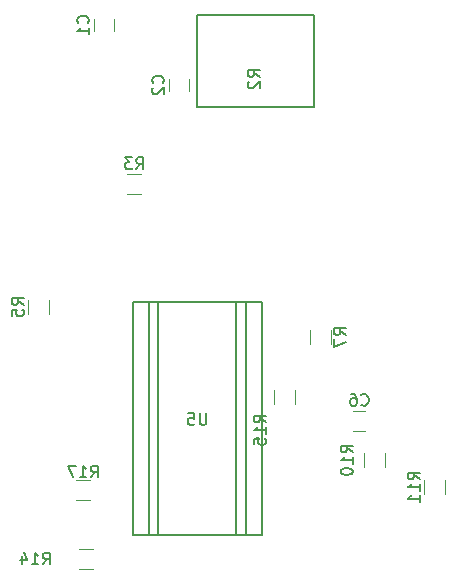
<source format=gbr>
G04 #@! TF.FileFunction,Legend,Bot*
%FSLAX46Y46*%
G04 Gerber Fmt 4.6, Leading zero omitted, Abs format (unit mm)*
G04 Created by KiCad (PCBNEW 4.0.7) date 10/29/17 06:02:24*
%MOMM*%
%LPD*%
G01*
G04 APERTURE LIST*
%ADD10C,0.100000*%
%ADD11C,0.120000*%
%ADD12C,0.150000*%
G04 APERTURE END LIST*
D10*
D11*
X106010000Y-87004000D02*
X104810000Y-87004000D01*
X104810000Y-88764000D02*
X106010000Y-88764000D01*
D12*
X120268000Y-85852000D02*
X120268000Y-66162000D01*
X109348000Y-85852000D02*
X109348000Y-66162000D01*
X118938000Y-85852000D02*
X118938000Y-66162000D01*
X110678000Y-85852000D02*
X110678000Y-66162000D01*
X118110000Y-85852000D02*
X118110000Y-66162000D01*
X120268000Y-66162000D02*
X109348000Y-66162000D01*
X111506000Y-85852000D02*
X111506000Y-66162000D01*
X120268000Y-85852000D02*
X109348000Y-85852000D01*
D11*
X106084000Y-43172000D02*
X106084000Y-42172000D01*
X107784000Y-42172000D02*
X107784000Y-43172000D01*
X112434000Y-48252000D02*
X112434000Y-47252000D01*
X114134000Y-47252000D02*
X114134000Y-48252000D01*
X128024000Y-75350000D02*
X129024000Y-75350000D01*
X129024000Y-77050000D02*
X128024000Y-77050000D01*
X108874000Y-57014000D02*
X110074000Y-57014000D01*
X110074000Y-55254000D02*
X108874000Y-55254000D01*
X102226000Y-67148000D02*
X102226000Y-65948000D01*
X100466000Y-65948000D02*
X100466000Y-67148000D01*
X124342000Y-68488000D02*
X124342000Y-69688000D01*
X126102000Y-69688000D02*
X126102000Y-68488000D01*
X130674000Y-80102000D02*
X130674000Y-78902000D01*
X128914000Y-78902000D02*
X128914000Y-80102000D01*
X135754000Y-82388000D02*
X135754000Y-81188000D01*
X133994000Y-81188000D02*
X133994000Y-82388000D01*
X123054000Y-74768000D02*
X123054000Y-73568000D01*
X121294000Y-73568000D02*
X121294000Y-74768000D01*
X104556000Y-82922000D02*
X105756000Y-82922000D01*
X105756000Y-81162000D02*
X104556000Y-81162000D01*
D12*
X124708000Y-49620000D02*
X124708000Y-41820000D01*
X114808000Y-49620000D02*
X124708000Y-49620000D01*
X114808000Y-41820000D02*
X124708000Y-41820000D01*
X114808000Y-49620000D02*
X114808000Y-41820000D01*
X101734857Y-88336381D02*
X102068191Y-87860190D01*
X102306286Y-88336381D02*
X102306286Y-87336381D01*
X101925333Y-87336381D01*
X101830095Y-87384000D01*
X101782476Y-87431619D01*
X101734857Y-87526857D01*
X101734857Y-87669714D01*
X101782476Y-87764952D01*
X101830095Y-87812571D01*
X101925333Y-87860190D01*
X102306286Y-87860190D01*
X100782476Y-88336381D02*
X101353905Y-88336381D01*
X101068191Y-88336381D02*
X101068191Y-87336381D01*
X101163429Y-87479238D01*
X101258667Y-87574476D01*
X101353905Y-87622095D01*
X99925333Y-87669714D02*
X99925333Y-88336381D01*
X100163429Y-87288762D02*
X100401524Y-88003048D01*
X99782476Y-88003048D01*
X115569905Y-75525381D02*
X115569905Y-76334905D01*
X115522286Y-76430143D01*
X115474667Y-76477762D01*
X115379429Y-76525381D01*
X115188952Y-76525381D01*
X115093714Y-76477762D01*
X115046095Y-76430143D01*
X114998476Y-76334905D01*
X114998476Y-75525381D01*
X114046095Y-75525381D02*
X114522286Y-75525381D01*
X114569905Y-76001571D01*
X114522286Y-75953952D01*
X114427048Y-75906333D01*
X114188952Y-75906333D01*
X114093714Y-75953952D01*
X114046095Y-76001571D01*
X113998476Y-76096810D01*
X113998476Y-76334905D01*
X114046095Y-76430143D01*
X114093714Y-76477762D01*
X114188952Y-76525381D01*
X114427048Y-76525381D01*
X114522286Y-76477762D01*
X114569905Y-76430143D01*
X105541143Y-42505334D02*
X105588762Y-42457715D01*
X105636381Y-42314858D01*
X105636381Y-42219620D01*
X105588762Y-42076762D01*
X105493524Y-41981524D01*
X105398286Y-41933905D01*
X105207810Y-41886286D01*
X105064952Y-41886286D01*
X104874476Y-41933905D01*
X104779238Y-41981524D01*
X104684000Y-42076762D01*
X104636381Y-42219620D01*
X104636381Y-42314858D01*
X104684000Y-42457715D01*
X104731619Y-42505334D01*
X105636381Y-43457715D02*
X105636381Y-42886286D01*
X105636381Y-43172000D02*
X104636381Y-43172000D01*
X104779238Y-43076762D01*
X104874476Y-42981524D01*
X104922095Y-42886286D01*
X111891143Y-47585334D02*
X111938762Y-47537715D01*
X111986381Y-47394858D01*
X111986381Y-47299620D01*
X111938762Y-47156762D01*
X111843524Y-47061524D01*
X111748286Y-47013905D01*
X111557810Y-46966286D01*
X111414952Y-46966286D01*
X111224476Y-47013905D01*
X111129238Y-47061524D01*
X111034000Y-47156762D01*
X110986381Y-47299620D01*
X110986381Y-47394858D01*
X111034000Y-47537715D01*
X111081619Y-47585334D01*
X111081619Y-47966286D02*
X111034000Y-48013905D01*
X110986381Y-48109143D01*
X110986381Y-48347239D01*
X111034000Y-48442477D01*
X111081619Y-48490096D01*
X111176857Y-48537715D01*
X111272095Y-48537715D01*
X111414952Y-48490096D01*
X111986381Y-47918667D01*
X111986381Y-48537715D01*
X128690666Y-74807143D02*
X128738285Y-74854762D01*
X128881142Y-74902381D01*
X128976380Y-74902381D01*
X129119238Y-74854762D01*
X129214476Y-74759524D01*
X129262095Y-74664286D01*
X129309714Y-74473810D01*
X129309714Y-74330952D01*
X129262095Y-74140476D01*
X129214476Y-74045238D01*
X129119238Y-73950000D01*
X128976380Y-73902381D01*
X128881142Y-73902381D01*
X128738285Y-73950000D01*
X128690666Y-73997619D01*
X127833523Y-73902381D02*
X128024000Y-73902381D01*
X128119238Y-73950000D01*
X128166857Y-73997619D01*
X128262095Y-74140476D01*
X128309714Y-74330952D01*
X128309714Y-74711905D01*
X128262095Y-74807143D01*
X128214476Y-74854762D01*
X128119238Y-74902381D01*
X127928761Y-74902381D01*
X127833523Y-74854762D01*
X127785904Y-74807143D01*
X127738285Y-74711905D01*
X127738285Y-74473810D01*
X127785904Y-74378571D01*
X127833523Y-74330952D01*
X127928761Y-74283333D01*
X128119238Y-74283333D01*
X128214476Y-74330952D01*
X128262095Y-74378571D01*
X128309714Y-74473810D01*
X109640666Y-54886381D02*
X109974000Y-54410190D01*
X110212095Y-54886381D02*
X110212095Y-53886381D01*
X109831142Y-53886381D01*
X109735904Y-53934000D01*
X109688285Y-53981619D01*
X109640666Y-54076857D01*
X109640666Y-54219714D01*
X109688285Y-54314952D01*
X109735904Y-54362571D01*
X109831142Y-54410190D01*
X110212095Y-54410190D01*
X109307333Y-53886381D02*
X108688285Y-53886381D01*
X109021619Y-54267333D01*
X108878761Y-54267333D01*
X108783523Y-54314952D01*
X108735904Y-54362571D01*
X108688285Y-54457810D01*
X108688285Y-54695905D01*
X108735904Y-54791143D01*
X108783523Y-54838762D01*
X108878761Y-54886381D01*
X109164476Y-54886381D01*
X109259714Y-54838762D01*
X109307333Y-54791143D01*
X100098381Y-66381334D02*
X99622190Y-66048000D01*
X100098381Y-65809905D02*
X99098381Y-65809905D01*
X99098381Y-66190858D01*
X99146000Y-66286096D01*
X99193619Y-66333715D01*
X99288857Y-66381334D01*
X99431714Y-66381334D01*
X99526952Y-66333715D01*
X99574571Y-66286096D01*
X99622190Y-66190858D01*
X99622190Y-65809905D01*
X99098381Y-67286096D02*
X99098381Y-66809905D01*
X99574571Y-66762286D01*
X99526952Y-66809905D01*
X99479333Y-66905143D01*
X99479333Y-67143239D01*
X99526952Y-67238477D01*
X99574571Y-67286096D01*
X99669810Y-67333715D01*
X99907905Y-67333715D01*
X100003143Y-67286096D01*
X100050762Y-67238477D01*
X100098381Y-67143239D01*
X100098381Y-66905143D01*
X100050762Y-66809905D01*
X100003143Y-66762286D01*
X127374381Y-68921334D02*
X126898190Y-68588000D01*
X127374381Y-68349905D02*
X126374381Y-68349905D01*
X126374381Y-68730858D01*
X126422000Y-68826096D01*
X126469619Y-68873715D01*
X126564857Y-68921334D01*
X126707714Y-68921334D01*
X126802952Y-68873715D01*
X126850571Y-68826096D01*
X126898190Y-68730858D01*
X126898190Y-68349905D01*
X126374381Y-69254667D02*
X126374381Y-69921334D01*
X127374381Y-69492762D01*
X127960381Y-78859143D02*
X127484190Y-78525809D01*
X127960381Y-78287714D02*
X126960381Y-78287714D01*
X126960381Y-78668667D01*
X127008000Y-78763905D01*
X127055619Y-78811524D01*
X127150857Y-78859143D01*
X127293714Y-78859143D01*
X127388952Y-78811524D01*
X127436571Y-78763905D01*
X127484190Y-78668667D01*
X127484190Y-78287714D01*
X127960381Y-79811524D02*
X127960381Y-79240095D01*
X127960381Y-79525809D02*
X126960381Y-79525809D01*
X127103238Y-79430571D01*
X127198476Y-79335333D01*
X127246095Y-79240095D01*
X126960381Y-80430571D02*
X126960381Y-80525810D01*
X127008000Y-80621048D01*
X127055619Y-80668667D01*
X127150857Y-80716286D01*
X127341333Y-80763905D01*
X127579429Y-80763905D01*
X127769905Y-80716286D01*
X127865143Y-80668667D01*
X127912762Y-80621048D01*
X127960381Y-80525810D01*
X127960381Y-80430571D01*
X127912762Y-80335333D01*
X127865143Y-80287714D01*
X127769905Y-80240095D01*
X127579429Y-80192476D01*
X127341333Y-80192476D01*
X127150857Y-80240095D01*
X127055619Y-80287714D01*
X127008000Y-80335333D01*
X126960381Y-80430571D01*
X133626381Y-81145143D02*
X133150190Y-80811809D01*
X133626381Y-80573714D02*
X132626381Y-80573714D01*
X132626381Y-80954667D01*
X132674000Y-81049905D01*
X132721619Y-81097524D01*
X132816857Y-81145143D01*
X132959714Y-81145143D01*
X133054952Y-81097524D01*
X133102571Y-81049905D01*
X133150190Y-80954667D01*
X133150190Y-80573714D01*
X133626381Y-82097524D02*
X133626381Y-81526095D01*
X133626381Y-81811809D02*
X132626381Y-81811809D01*
X132769238Y-81716571D01*
X132864476Y-81621333D01*
X132912095Y-81526095D01*
X133626381Y-83049905D02*
X133626381Y-82478476D01*
X133626381Y-82764190D02*
X132626381Y-82764190D01*
X132769238Y-82668952D01*
X132864476Y-82573714D01*
X132912095Y-82478476D01*
X120594381Y-76319143D02*
X120118190Y-75985809D01*
X120594381Y-75747714D02*
X119594381Y-75747714D01*
X119594381Y-76128667D01*
X119642000Y-76223905D01*
X119689619Y-76271524D01*
X119784857Y-76319143D01*
X119927714Y-76319143D01*
X120022952Y-76271524D01*
X120070571Y-76223905D01*
X120118190Y-76128667D01*
X120118190Y-75747714D01*
X120594381Y-77271524D02*
X120594381Y-76700095D01*
X120594381Y-76985809D02*
X119594381Y-76985809D01*
X119737238Y-76890571D01*
X119832476Y-76795333D01*
X119880095Y-76700095D01*
X119594381Y-78176286D02*
X119594381Y-77700095D01*
X120070571Y-77652476D01*
X120022952Y-77700095D01*
X119975333Y-77795333D01*
X119975333Y-78033429D01*
X120022952Y-78128667D01*
X120070571Y-78176286D01*
X120165810Y-78223905D01*
X120403905Y-78223905D01*
X120499143Y-78176286D01*
X120546762Y-78128667D01*
X120594381Y-78033429D01*
X120594381Y-77795333D01*
X120546762Y-77700095D01*
X120499143Y-77652476D01*
X105798857Y-80970381D02*
X106132191Y-80494190D01*
X106370286Y-80970381D02*
X106370286Y-79970381D01*
X105989333Y-79970381D01*
X105894095Y-80018000D01*
X105846476Y-80065619D01*
X105798857Y-80160857D01*
X105798857Y-80303714D01*
X105846476Y-80398952D01*
X105894095Y-80446571D01*
X105989333Y-80494190D01*
X106370286Y-80494190D01*
X104846476Y-80970381D02*
X105417905Y-80970381D01*
X105132191Y-80970381D02*
X105132191Y-79970381D01*
X105227429Y-80113238D01*
X105322667Y-80208476D01*
X105417905Y-80256095D01*
X104513143Y-79970381D02*
X103846476Y-79970381D01*
X104275048Y-80970381D01*
X120086381Y-47077334D02*
X119610190Y-46744000D01*
X120086381Y-46505905D02*
X119086381Y-46505905D01*
X119086381Y-46886858D01*
X119134000Y-46982096D01*
X119181619Y-47029715D01*
X119276857Y-47077334D01*
X119419714Y-47077334D01*
X119514952Y-47029715D01*
X119562571Y-46982096D01*
X119610190Y-46886858D01*
X119610190Y-46505905D01*
X119181619Y-47458286D02*
X119134000Y-47505905D01*
X119086381Y-47601143D01*
X119086381Y-47839239D01*
X119134000Y-47934477D01*
X119181619Y-47982096D01*
X119276857Y-48029715D01*
X119372095Y-48029715D01*
X119514952Y-47982096D01*
X120086381Y-47410667D01*
X120086381Y-48029715D01*
M02*

</source>
